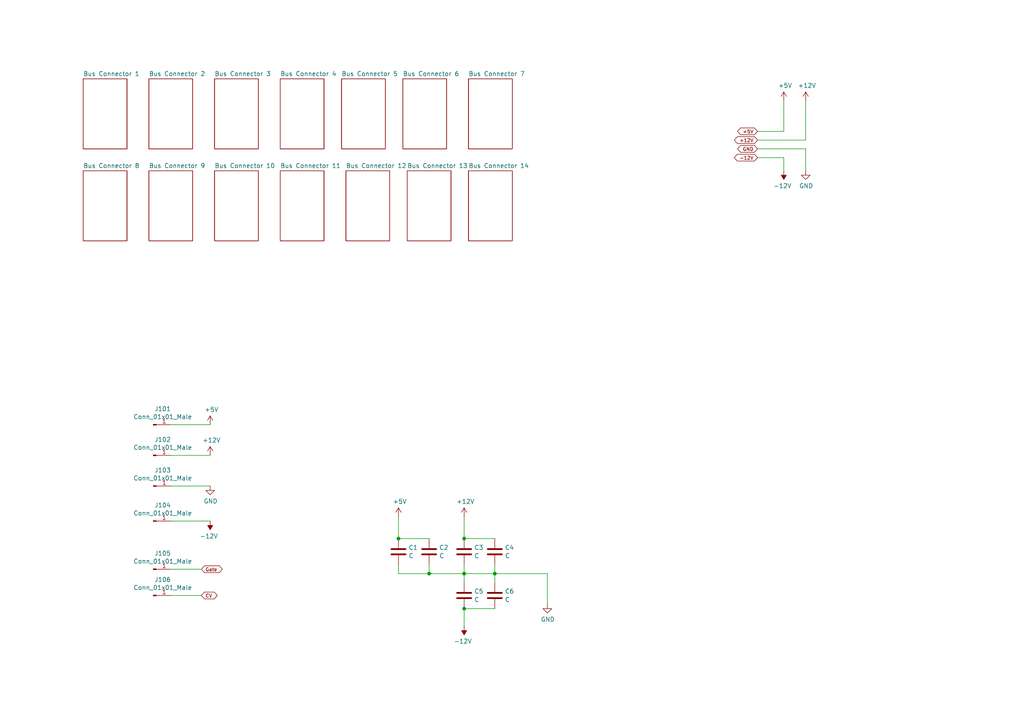
<source format=kicad_sch>
(kicad_sch (version 20231120) (generator "eeschema") (generator_version "8.0")
  (paper "A4")
  (title_block (title "moPsy Bus Board 3") (rev "1") (company "moPsy"))
  (lib_symbols
    (symbol "Device:C" (pin_numbers hide) (pin_names (offset 0.254))
      (property "Reference" "C" (at 0.635 2.54 0))
      (property "Value" "C" (at 0.635 -2.54 0))
      (symbol "C_0_1"
        (polyline (pts (xy -2.032 -0.762) (xy 2.032 -0.762)) (stroke (width 0.508)))
        (polyline (pts (xy -2.032 0.762) (xy 2.032 0.762)) (stroke (width 0.508)))
      )
      (symbol "C_1_1"
        (pin passive line (at 0 3.81 270) (length 2.794) (name "~") (number "1"))
        (pin passive line (at 0 -3.81 90) (length 2.794) (name "~") (number "2"))
      )
    )
    (symbol "mopsy_BusBoard_2-rescue:+12V-power" (power) (pin_names (offset 0))
      (property "Value" "power_+12V" (at 0 3.556 0))
      (symbol "+12V-power_0_1"
        (polyline (pts (xy -0.762 1.27) (xy 0 2.54)))
        (polyline (pts (xy 0 0) (xy 0 2.54)))
        (polyline (pts (xy 0 2.54) (xy 0.762 1.27)))
      )
      (symbol "+12V-power_1_1"
        (pin power_in line (at 0 0 90) (length 0) hide (name "+12V") (number "1"))
      )
    )
    (symbol "mopsy_BusBoard_2-rescue:+5V-power" (power) (pin_names (offset 0))
      (property "Value" "power_+5V" (at 0 3.556 0))
      (symbol "+5V-power_0_1"
        (polyline (pts (xy -0.762 1.27) (xy 0 2.54)))
        (polyline (pts (xy 0 0) (xy 0 2.54)))
        (polyline (pts (xy 0 2.54) (xy 0.762 1.27)))
      )
      (symbol "+5V-power_1_1"
        (pin power_in line (at 0 0 90) (length 0) hide (name "+5V") (number "1"))
      )
    )
    (symbol "mopsy_BusBoard_2-rescue:-12V-power" (power) (pin_names (offset 0))
      (property "Value" "power_-12V" (at 0 3.81 0))
      (symbol "-12V-power_0_0"
        (pin power_in line (at 0 0 90) (length 0) hide (name "-12V") (number "1"))
      )
      (symbol "-12V-power_0_1"
        (polyline (pts (xy 0 0) (xy 0 1.27) (xy 0.762 1.27) (xy 0 2.54) (xy -0.762 1.27) (xy 0 1.27)) (fill (type outline)))
      )
    )
    (symbol "mopsy_BusBoard_2-rescue:Conn_01x01_Male-Connector" (pin_names (offset 1.016) hide)
      (property "Reference" "J" (at 0 2.54 0))
      (property "Value" "Connector_Conn_01x01_Male" (at 0 -2.54 0))
      (symbol "Conn_01x01_Male-Connector_1_1"
        (polyline (pts (xy 1.27 0) (xy 0.8636 0)) (stroke (width 0.1524)))
        (rectangle (start 0.8636 0.127) (end 0 -0.127) (stroke (width 0.1524)) (fill (type outline)))
        (pin passive line (at 5.08 0 180) (length 3.81) (name "Pin_1") (number "1"))
      )
    )
    (symbol "mopsy_BusBoard_2-rescue:GND-power" (power) (pin_names (offset 0))
      (property "Value" "power_GND" (at 0 -3.81 0))
      (symbol "GND-power_0_1"
        (polyline (pts (xy 0 0) (xy 0 -1.27) (xy 1.27 -1.27) (xy 0 -2.54) (xy -1.27 -1.27) (xy 0 -1.27)))
      )
      (symbol "GND-power_1_1"
        (pin power_in line (at 0 0 270) (length 0) hide (name "GND") (number "1"))
      )
    )
  )
  (junction (at 134.62 156.21))
  (junction (at 115.57 156.21))
  (junction (at 124.46 166.37))
  (junction (at 134.62 176.53))
  (junction (at 143.51 166.37))
  (junction (at 134.62 166.37))
  (wire (pts (xy 143.51 166.37) (xy 158.75 166.37)))
  (wire (pts (xy 233.68 43.18) (xy 233.68 49.53)))
  (wire (pts (xy 134.62 176.53) (xy 143.51 176.53)))
  (wire (pts (xy 49.53 151.13) (xy 60.96 151.13)))
  (wire (pts (xy 134.62 181.61) (xy 134.62 176.53)))
  (wire (pts (xy 134.62 163.83) (xy 134.62 166.37)))
  (wire (pts (xy 49.53 123.19) (xy 60.96 123.19)))
  (wire (pts (xy 219.71 45.72) (xy 227.33 45.72)))
  (wire (pts (xy 134.62 166.37) (xy 143.51 166.37)))
  (wire (pts (xy 124.46 163.83) (xy 124.46 166.37)))
  (wire (pts (xy 158.75 166.37) (xy 158.75 175.26)))
  (wire (pts (xy 115.57 166.37) (xy 124.46 166.37)))
  (wire (pts (xy 134.62 149.86) (xy 134.62 156.21)))
  (wire (pts (xy 219.71 40.64) (xy 233.68 40.64)))
  (wire (pts (xy 60.96 132.08) (xy 49.53 132.08)))
  (wire (pts (xy 227.33 38.1) (xy 227.33 29.21)))
  (wire (pts (xy 115.57 149.86) (xy 115.57 156.21)))
  (wire (pts (xy 115.57 156.21) (xy 124.46 156.21)))
  (wire (pts (xy 134.62 156.21) (xy 143.51 156.21)))
  (wire (pts (xy 219.71 38.1) (xy 227.33 38.1)))
  (wire (pts (xy 227.33 45.72) (xy 227.33 49.53)))
  (wire (pts (xy 134.62 166.37) (xy 134.62 168.91)))
  (wire (pts (xy 49.53 165.1) (xy 58.42 165.1)))
  (wire (pts (xy 115.57 163.83) (xy 115.57 166.37)))
  (wire (pts (xy 124.46 166.37) (xy 134.62 166.37)))
  (wire (pts (xy 49.53 172.72) (xy 58.42 172.72)))
  (wire (pts (xy 143.51 163.83) (xy 143.51 166.37)))
  (wire (pts (xy 143.51 166.37) (xy 143.51 168.91)))
  (wire (pts (xy 233.68 40.64) (xy 233.68 29.21)))
  (wire (pts (xy 233.68 43.18) (xy 219.71 43.18)))
  (wire (pts (xy 49.53 140.97) (xy 60.96 140.97)))
  (global_label "CV" (shape bidirectional) (at 58.42 172.72 0) (effects (font (size 0.9906 0.9906))) (property "Intersheetrefs" "${INTERSHEET_REFS}" (effects (hide yes))))
  (global_label "+5V" (shape bidirectional) (at 219.71 38.1 180) (effects (font (size 0.9906 0.9906))) (property "Intersheetrefs" "${INTERSHEET_REFS}" (effects (hide yes))))
  (global_label "GND" (shape bidirectional) (at 219.71 43.18 180) (effects (font (size 0.9906 0.9906))) (property "Intersheetrefs" "${INTERSHEET_REFS}" (effects (hide yes))))
  (global_label "+12V" (shape bidirectional) (at 219.71 40.64 180) (effects (font (size 0.9906 0.9906))) (property "Intersheetrefs" "${INTERSHEET_REFS}" (effects (hide yes))))
  (global_label "-12V" (shape bidirectional) (at 219.71 45.72 180) (effects (font (size 0.9906 0.9906))) (property "Intersheetrefs" "${INTERSHEET_REFS}" (effects (hide yes))))
  (global_label "Gate" (shape bidirectional) (at 58.42 165.1 0) (effects (font (size 0.9906 0.9906))) (property "Intersheetrefs" "${INTERSHEET_REFS}" (effects (hide yes))))
  (symbol (lib_id "mopsy_BusBoard_2-rescue:Conn_01x01_Male-Connector") (at 44.45 123.19 0) (unit 1)
    (property "Reference" "J101" (at 47.1932 118.5926 0))
    (property "Value" "Conn_01x01_Male" (at 47.1932 120.904 0))
    (property "Footprint" "moPsy:Connector FS-P475" (effects (hide yes)))
  )
  (symbol (lib_id "mopsy_BusBoard_2-rescue:Conn_01x01_Male-Connector") (at 44.45 132.08 0) (unit 1)
    (property "Reference" "J102" (at 47.1932 127.4826 0))
    (property "Value" "Conn_01x01_Male" (at 47.1932 129.794 0))
    (property "Footprint" "moPsy:Connector FS-P475" (effects (hide yes)))
  )
  (symbol (lib_id "mopsy_BusBoard_2-rescue:Conn_01x01_Male-Connector") (at 44.45 140.97 0) (unit 1)
    (property "Reference" "J103" (at 47.1932 136.3726 0))
    (property "Value" "Conn_01x01_Male" (at 47.1932 138.684 0))
    (property "Footprint" "moPsy:Connector FS-P475" (effects (hide yes)))
  )
  (symbol (lib_id "mopsy_BusBoard_2-rescue:Conn_01x01_Male-Connector") (at 44.45 151.13 0) (unit 1)
    (property "Reference" "J104" (at 47.1932 146.5326 0))
    (property "Value" "Conn_01x01_Male" (at 47.1932 148.844 0))
    (property "Footprint" "moPsy:Connector FS-P475" (effects (hide yes)))
  )
  (symbol (lib_id "mopsy_BusBoard_2-rescue:+5V-power") (at 60.96 123.19 0) (unit 1)
    (property "Reference" "#PWR0101" (effects (hide yes)))
    (property "Value" "+5V" (at 61.341 118.7958 0))
  )
  (symbol (lib_id "mopsy_BusBoard_2-rescue:GND-power") (at 60.96 140.97 0) (unit 1)
    (property "Reference" "#PWR0102" (effects (hide yes)))
    (property "Value" "GND" (at 61.087 145.3642 0))
  )
  (symbol (lib_id "mopsy_BusBoard_2-rescue:+12V-power") (at 60.96 132.08 0) (unit 1)
    (property "Reference" "#PWR0103" (effects (hide yes)))
    (property "Value" "+12V" (at 61.341 127.6858 0))
  )
  (symbol (lib_id "mopsy_BusBoard_2-rescue:-12V-power") (at 60.96 151.13 180) (unit 1)
    (property "Reference" "#PWR0104" (effects (hide yes)))
    (property "Value" "-12V" (at 60.579 155.5242 0))
  )
  (symbol (lib_id "mopsy_BusBoard_2-rescue:+12V-power") (at 233.68 29.21 0) (unit 1)
    (property "Reference" "#PWR0109" (effects (hide yes)))
    (property "Value" "+12V" (at 234.061 24.8158 0))
  )
  (symbol (lib_id "mopsy_BusBoard_2-rescue:GND-power") (at 233.68 49.53 0) (unit 1)
    (property "Reference" "#PWR0110" (effects (hide yes)))
    (property "Value" "GND" (at 233.807 53.9242 0))
  )
  (symbol (lib_id "mopsy_BusBoard_2-rescue:-12V-power") (at 227.33 49.53 180) (unit 1)
    (property "Reference" "#PWR0111" (effects (hide yes)))
    (property "Value" "-12V" (at 226.949 53.9242 0))
  )
  (symbol (lib_id "mopsy_BusBoard_2-rescue:+5V-power") (at 227.33 29.21 0) (unit 1)
    (property "Reference" "#PWR0112" (effects (hide yes)))
    (property "Value" "+5V" (at 227.711 24.8158 0))
  )
  (symbol (lib_id "mopsy_BusBoard_2-rescue:Conn_01x01_Male-Connector") (at 44.45 165.1 0) (unit 1)
    (property "Reference" "J105" (at 47.1932 160.5026 0))
    (property "Value" "Conn_01x01_Male" (at 47.1932 162.814 0))
    (property "Footprint" "Connector_Pin:Pin_D0.9mm_L10.0mm_W2.4mm_FlatFork" (effects (hide yes)))
  )
  (symbol (lib_id "mopsy_BusBoard_2-rescue:Conn_01x01_Male-Connector") (at 44.45 172.72 0) (unit 1)
    (property "Reference" "J106" (at 47.1932 168.1226 0))
    (property "Value" "Conn_01x01_Male" (at 47.1932 170.434 0))
    (property "Footprint" "Connector_Pin:Pin_D0.9mm_L10.0mm_W2.4mm_FlatFork" (effects (hide yes)))
  )
  (symbol (lib_id "Device:C") (at 134.62 160.02 0) (unit 1)
    (property "Reference" "C3" (at 137.541 158.8078 0) (effects (justify left)))
    (property "Value" "C" (at 137.541 161.2321 0) (effects (justify left)))
    (property "Footprint" "Capacitor_THT:C_Rect_L7.0mm_W2.5mm_P5.00mm" (effects (hide yes)))
    (property "Description" "Unpolarized capacitor" (effects (hide yes)))
  )
  (symbol (lib_id "Device:C") (at 143.51 160.02 0) (unit 1)
    (property "Reference" "C4" (at 146.431 158.8078 0) (effects (justify left)))
    (property "Value" "C" (at 146.431 161.2321 0) (effects (justify left)))
    (property "Footprint" "Capacitor_THT:C_Rect_L7.0mm_W2.5mm_P5.00mm" (effects (hide yes)))
    (property "Description" "Unpolarized capacitor" (effects (hide yes)))
  )
  (symbol (lib_id "mopsy_BusBoard_2-rescue:-12V-power") (at 134.62 181.61 180) (unit 1)
    (property "Reference" "#PWR03" (effects (hide yes)))
    (property "Value" "-12V" (at 134.239 186.0042 0))
  )
  (symbol (lib_id "mopsy_BusBoard_2-rescue:+12V-power") (at 134.62 149.86 0) (unit 1)
    (property "Reference" "#PWR02" (effects (hide yes)))
    (property "Value" "+12V" (at 135.001 145.4658 0))
  )
  (symbol (lib_id "mopsy_BusBoard_2-rescue:GND-power") (at 158.75 175.26 0) (unit 1)
    (property "Reference" "#PWR04" (effects (hide yes)))
    (property "Value" "GND" (at 158.877 179.6542 0))
  )
  (symbol (lib_id "Device:C") (at 143.51 172.72 0) (unit 1)
    (property "Reference" "C6" (at 146.431 171.5078 0) (effects (justify left)))
    (property "Value" "C" (at 146.431 173.9321 0) (effects (justify left)))
    (property "Footprint" "Capacitor_THT:C_Rect_L7.0mm_W2.5mm_P5.00mm" (effects (hide yes)))
    (property "Description" "Unpolarized capacitor" (effects (hide yes)))
  )
  (symbol (lib_id "mopsy_BusBoard_2-rescue:+5V-power") (at 115.57 149.86 0) (unit 1)
    (property "Reference" "#PWR01" (effects (hide yes)))
    (property "Value" "+5V" (at 115.951 145.4658 0))
  )
  (symbol (lib_id "Device:C") (at 115.57 160.02 0) (unit 1)
    (property "Reference" "C1" (at 118.491 158.8078 0) (effects (justify left)))
    (property "Value" "C" (at 118.491 161.2321 0) (effects (justify left)))
    (property "Footprint" "Capacitor_THT:C_Rect_L7.0mm_W2.5mm_P5.00mm" (effects (hide yes)))
    (property "Description" "Unpolarized capacitor" (effects (hide yes)))
  )
  (symbol (lib_id "Device:C") (at 124.46 160.02 0) (unit 1)
    (property "Reference" "C2" (at 127.381 158.8078 0) (effects (justify left)))
    (property "Value" "C" (at 127.381 161.2321 0) (effects (justify left)))
    (property "Footprint" "Capacitor_THT:C_Rect_L7.0mm_W2.5mm_P5.00mm" (effects (hide yes)))
    (property "Description" "Unpolarized capacitor" (effects (hide yes)))
  )
  (symbol (lib_id "Device:C") (at 134.62 172.72 0) (unit 1)
    (property "Reference" "C5" (at 137.541 171.5078 0) (effects (justify left)))
    (property "Value" "C" (at 137.541 173.9321 0) (effects (justify left)))
    (property "Footprint" "Capacitor_THT:C_Rect_L7.0mm_W2.5mm_P5.00mm" (effects (hide yes)))
    (property "Description" "Unpolarized capacitor" (effects (hide yes)))
  )
  (sheet (at 135.89 49.53) (size 12.7 20.32) (stroke (width 0.1524))
    (property "Sheetname" "Bus Connector 14" (at 135.89 48.8184 0) (effects (justify left bottom)))
    (property "Sheetfile" "bus_connector.kicad_sch" (effects (hide yes)))
  )
  (sheet (at 116.84 22.86) (size 12.7 20.32) (stroke (width 0.1524))
    (property "Sheetname" "Bus Connector 6" (at 116.84 22.1484 0) (effects (justify left bottom)))
    (property "Sheetfile" "bus_connector.kicad_sch" (effects (hide yes)))
  )
  (sheet (at 24.13 49.53) (size 12.7 20.32) (stroke (width 0.1524))
    (property "Sheetname" "Bus Connector 8" (at 24.13 48.8184 0) (effects (justify left bottom)))
    (property "Sheetfile" "bus_connector.kicad_sch" (effects (hide yes)))
  )
  (sheet (at 99.06 22.86) (size 12.7 20.32) (stroke (width 0.1524))
    (property "Sheetname" "Bus Connector 5" (at 99.06 22.1484 0) (effects (justify left bottom)))
    (property "Sheetfile" "bus_connector.kicad_sch" (effects (hide yes)))
  )
  (sheet (at 81.28 22.86) (size 12.7 20.32) (stroke (width 0.1524))
    (property "Sheetname" "Bus Connector 4" (at 81.28 22.1484 0) (effects (justify left bottom)))
    (property "Sheetfile" "bus_connector.kicad_sch" (effects (hide yes)))
  )
  (sheet (at 43.18 22.86) (size 12.7 20.32) (stroke (width 0.1524))
    (property "Sheetname" "Bus Connector 2" (at 43.18 22.1484 0) (effects (justify left bottom)))
    (property "Sheetfile" "bus_connector.kicad_sch" (effects (hide yes)))
  )
  (sheet (at 62.23 49.53) (size 12.7 20.32) (stroke (width 0.1524))
    (property "Sheetname" "Bus Connector 10" (at 62.23 48.8184 0) (effects (justify left bottom)))
    (property "Sheetfile" "bus_connector.kicad_sch" (effects (hide yes)))
  )
  (sheet (at 118.11 49.53) (size 12.7 20.32) (stroke (width 0.1524))
    (property "Sheetname" "Bus Connector 13" (at 118.11 48.8184 0) (effects (justify left bottom)))
    (property "Sheetfile" "bus_connector.kicad_sch" (effects (hide yes)))
  )
  (sheet (at 43.18 49.53) (size 12.7 20.32) (stroke (width 0.1524))
    (property "Sheetname" "Bus Connector 9" (at 43.18 48.8184 0) (effects (justify left bottom)))
    (property "Sheetfile" "bus_connector.kicad_sch" (effects (hide yes)))
  )
  (sheet (at 81.28 49.53) (size 12.7 20.32) (stroke (width 0.1524))
    (property "Sheetname" "Bus Connector 11" (at 81.28 48.8184 0) (effects (justify left bottom)))
    (property "Sheetfile" "bus_connector.kicad_sch" (effects (hide yes)))
  )
  (sheet (at 62.23 22.86) (size 12.7 20.32) (stroke (width 0.1524))
    (property "Sheetname" "Bus Connector 3" (at 62.23 22.1484 0) (effects (justify left bottom)))
    (property "Sheetfile" "bus_connector.kicad_sch" (effects (hide yes)))
  )
  (sheet (at 135.89 22.86) (size 12.7 20.32) (stroke (width 0.1524))
    (property "Sheetname" "Bus Connector 7" (at 135.89 22.1484 0) (effects (justify left bottom)))
    (property "Sheetfile" "bus_connector.kicad_sch" (effects (hide yes)))
  )
  (sheet (at 24.13 22.86) (size 12.7 20.32) (stroke (width 0.1524))
    (property "Sheetname" "Bus Connector 1" (at 24.13 22.1484 0) (effects (justify left bottom)))
    (property "Sheetfile" "bus_connector.kicad_sch" (effects (hide yes)))
  )
  (sheet (at 100.33 49.53) (size 12.7 20.32) (stroke (width 0.1524))
    (property "Sheetname" "Bus Connector 12" (at 100.33 48.8184 0) (effects (justify left bottom)))
    (property "Sheetfile" "bus_connector.kicad_sch" (effects (hide yes)))
  )
)
</source>
